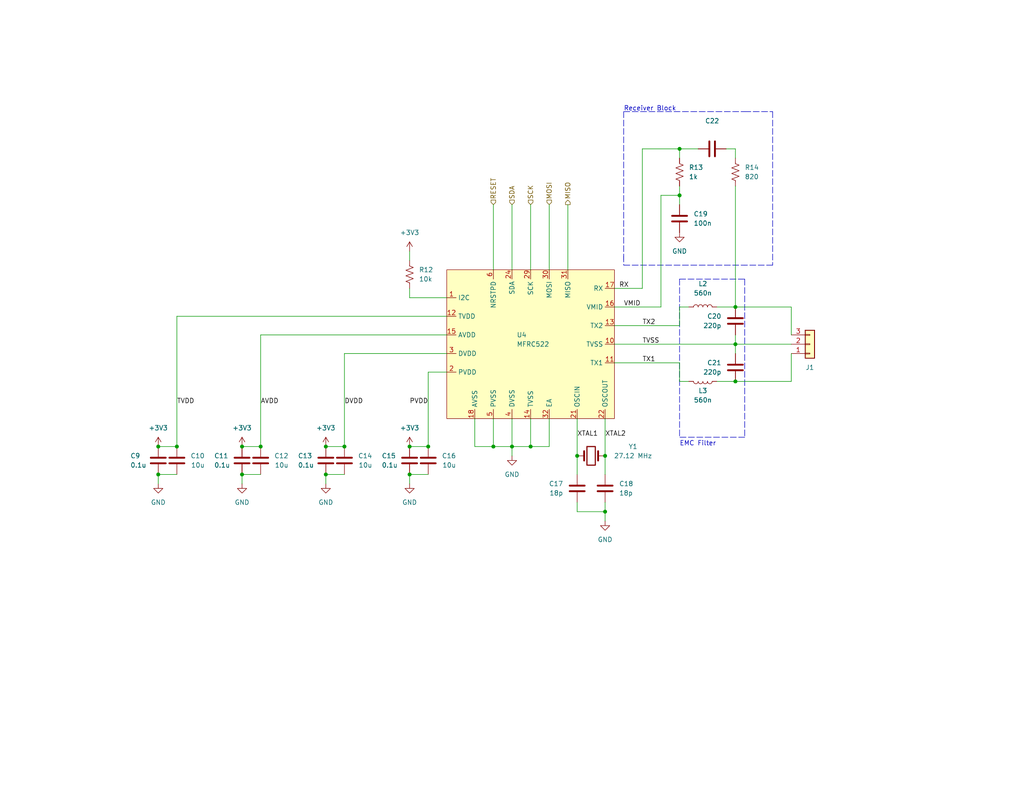
<source format=kicad_sch>
(kicad_sch (version 20211123) (generator eeschema)
  (paper "A")
  (title_block (title "Labpass RFID Reader - High Frquency RF") (date "2022-04-16") (rev "1.0.0"))
  (lib_symbols
    (symbol "Connector_Generic:Conn_01x03" (pin_names (offset 1.016) hide)
      (property "Reference" "J" (at 0 5.08 0))
      (property "Value" "Conn_01x03" (at 0 -5.08 0))
      (symbol "Conn_01x03_1_1"
        (rectangle (start -1.27 -2.413) (end 0 -2.667) (stroke (width 0.1524)))
        (rectangle (start -1.27 0.127) (end 0 -0.127) (stroke (width 0.1524)))
        (rectangle (start -1.27 2.667) (end 0 2.413) (stroke (width 0.1524)))
        (rectangle (start -1.27 3.81) (end 1.27 -3.81) (stroke (width 0.254)) (fill (type background)))
        (pin passive line (at -5.08 2.54 0) (length 3.81) (name "Pin_1") (number "1"))
        (pin passive line (at -5.08 0 0) (length 3.81) (name "Pin_2") (number "2"))
        (pin passive line (at -5.08 -2.54 0) (length 3.81) (name "Pin_3") (number "3"))
      )
    )
    (symbol "Device:C" (pin_numbers hide) (pin_names (offset 0.254))
      (property "Reference" "C" (at 0.635 2.54 0))
      (property "Value" "C" (at 0.635 -2.54 0))
      (symbol "C_0_1"
        (polyline (pts (xy -2.032 -0.762) (xy 2.032 -0.762)) (stroke (width 0.508)))
        (polyline (pts (xy -2.032 0.762) (xy 2.032 0.762)) (stroke (width 0.508)))
      )
      (symbol "C_1_1"
        (pin passive line (at 0 3.81 270) (length 2.794) (name "~") (number "1"))
        (pin passive line (at 0 -3.81 90) (length 2.794) (name "~") (number "2"))
      )
    )
    (symbol "Device:Crystal" (pin_numbers hide) (pin_names (offset 1.016) hide)
      (property "Reference" "Y" (at 0 3.81 0))
      (property "Value" "Crystal" (at 0 -3.81 0))
      (symbol "Crystal_0_1"
        (rectangle (start -1.143 2.54) (end 1.143 -2.54) (stroke (width 0.3048)))
        (polyline (pts (xy -2.54 0) (xy -1.905 0)))
        (polyline (pts (xy -1.905 -1.27) (xy -1.905 1.27)) (stroke (width 0.508)))
        (polyline (pts (xy 1.905 -1.27) (xy 1.905 1.27)) (stroke (width 0.508)))
        (polyline (pts (xy 2.54 0) (xy 1.905 0)))
      )
      (symbol "Crystal_1_1"
        (pin passive line (at -3.81 0 0) (length 1.27) (name "1") (number "1"))
        (pin passive line (at 3.81 0 180) (length 1.27) (name "2") (number "2"))
      )
    )
    (symbol "Device:L" (pin_numbers hide) (pin_names (offset 1.016) hide)
      (property "Reference" "L" (at -1.27 0 90))
      (property "Value" "L" (at 1.905 0 90))
      (symbol "L_0_1"
        (arc (start 0 -2.54) (mid 0.635 -1.905) (end 0 -1.27))
        (arc (start 0 -1.27) (mid 0.635 -0.635) (end 0 0))
        (arc (start 0 0) (mid 0.635 0.635) (end 0 1.27))
        (arc (start 0 1.27) (mid 0.635 1.905) (end 0 2.54))
      )
      (symbol "L_1_1"
        (pin passive line (at 0 3.81 270) (length 1.27) (name "1") (number "1"))
        (pin passive line (at 0 -3.81 90) (length 1.27) (name "2") (number "2"))
      )
    )
    (symbol "Device:R_US" (pin_numbers hide) (pin_names (offset 0))
      (property "Reference" "R" (at 2.54 0 90))
      (property "Value" "R_US" (at -2.54 0 90))
      (symbol "R_US_0_1"
        (polyline (pts (xy 0 -2.286) (xy 0 -2.54)))
        (polyline (pts (xy 0 2.286) (xy 0 2.54)))
        (polyline (pts (xy 0 -0.762) (xy 1.016 -1.143) (xy 0 -1.524) (xy -1.016 -1.905) (xy 0 -2.286)))
        (polyline (pts (xy 0 0.762) (xy 1.016 0.381) (xy 0 0) (xy -1.016 -0.381) (xy 0 -0.762)))
        (polyline (pts (xy 0 2.286) (xy 1.016 1.905) (xy 0 1.524) (xy -1.016 1.143) (xy 0 0.762)))
      )
      (symbol "R_US_1_1"
        (pin passive line (at 0 3.81 270) (length 1.27) (name "~") (number "1"))
        (pin passive line (at 0 -3.81 90) (length 1.27) (name "~") (number "2"))
      )
    )
    (symbol "_Capstone Symbol Library:MFRC522"
      (property "Reference" "U" (at 0 0 0))
      (property "Value" "MFRC522" (at 0 -2.54 0))
      (symbol "MFRC522_0_1"
        (rectangle (start -22.86 20.32) (end 22.86 -20.32) (stroke (width 0.1524)) (fill (type background)))
      )
      (symbol "MFRC522_1_1"
        (pin input line (at -22.86 12.7 0) (length 2.54) (name "I2C") (number "1"))
        (pin passive line (at 22.86 0 180) (length 2.54) (name "TVSS") (number "10"))
        (pin passive line (at 22.86 -5.08 180) (length 2.54) (name "TX1") (number "11"))
        (pin input line (at -22.86 7.62 0) (length 2.54) (name "TVDD") (number "12"))
        (pin passive line (at 22.86 5.08 180) (length 2.54) (name "TX2") (number "13"))
        (pin input line (at 0 -20.32 90) (length 2.54) (name "TVSS") (number "14"))
        (pin input line (at -22.86 2.54 0) (length 2.54) (name "AVDD") (number "15"))
        (pin passive line (at 22.86 10.16 180) (length 2.54) (name "VMID") (number "16"))
        (pin passive line (at 22.86 15.24 180) (length 2.54) (name "RX") (number "17"))
        (pin input line (at -15.24 -20.32 90) (length 2.54) (name "AVSS") (number "18"))
        (pin input line (at -22.86 -7.62 0) (length 2.54) (name "PVDD") (number "2"))
        (pin input line (at 12.7 -20.32 90) (length 2.54) (name "OSCIN") (number "21"))
        (pin input line (at 20.32 -20.32 90) (length 2.54) (name "OSCOUT") (number "22"))
        (pin input line (at -5.08 20.32 270) (length 2.54) (name "SDA") (number "24"))
        (pin input line (at 0 20.32 270) (length 2.54) (name "SCK") (number "29"))
        (pin input line (at -22.86 -2.54 0) (length 2.54) (name "DVDD") (number "3"))
        (pin input line (at 5.08 20.32 270) (length 2.54) (name "MOSI") (number "30"))
        (pin output line (at 10.16 20.32 270) (length 2.54) (name "MISO") (number "31"))
        (pin input line (at 5.08 -20.32 90) (length 2.54) (name "EA") (number "32"))
        (pin input line (at -5.08 -20.32 90) (length 2.54) (name "DVSS") (number "4"))
        (pin input line (at -10.16 -20.32 90) (length 2.54) (name "PVSS") (number "5"))
        (pin input line (at -10.16 20.32 270) (length 2.54) (name "NRSTPD") (number "6"))
      )
    )
    (symbol "power:+3.3V" (power) (pin_names (offset 0))
      (property "Value" "+3.3V" (at 0 3.556 0))
      (symbol "+3.3V_0_1"
        (polyline (pts (xy -0.762 1.27) (xy 0 2.54)))
        (polyline (pts (xy 0 0) (xy 0 2.54)))
        (polyline (pts (xy 0 2.54) (xy 0.762 1.27)))
      )
      (symbol "+3.3V_1_1"
        (pin power_in line (at 0 0 90) (length 0) hide (name "+3V3") (number "1"))
      )
    )
    (symbol "power:GND" (power) (pin_names (offset 0))
      (property "Value" "GND" (at 0 -3.81 0))
      (symbol "GND_0_1"
        (polyline (pts (xy 0 0) (xy 0 -1.27) (xy 1.27 -1.27) (xy 0 -2.54) (xy -1.27 -1.27) (xy 0 -1.27)))
      )
      (symbol "GND_1_1"
        (pin power_in line (at 0 0 270) (length 0) hide (name "GND") (number "1"))
      )
    )
  )
  (junction (at 200.66 104.14))
  (junction (at 116.84 121.92))
  (junction (at 43.18 121.92))
  (junction (at 144.78 121.92))
  (junction (at 111.76 129.54))
  (junction (at 157.48 124.46))
  (junction (at 139.7 121.92))
  (junction (at 66.04 129.54))
  (junction (at 111.76 121.92))
  (junction (at 88.9 129.54))
  (junction (at 185.42 40.64))
  (junction (at 200.66 83.82))
  (junction (at 185.42 53.34))
  (junction (at 48.26 121.92))
  (junction (at 88.9 121.92))
  (junction (at 165.1 139.7))
  (junction (at 43.18 129.54))
  (junction (at 165.1 124.46))
  (junction (at 200.66 93.98))
  (junction (at 134.62 121.92))
  (junction (at 93.98 121.92))
  (junction (at 71.12 121.92))
  (junction (at 66.04 121.92))
  (polyline (pts (xy 185.42 76.2) (xy 185.42 119.38)))
  (wire (pts (xy 165.1 114.3) (xy 165.1 124.46)))
  (wire (pts (xy 144.78 121.92) (xy 149.86 121.92)))
  (wire (pts (xy 215.9 104.14) (xy 200.66 104.14)))
  (wire (pts (xy 93.98 96.52) (xy 93.98 121.92)))
  (wire (pts (xy 71.12 91.44) (xy 71.12 121.92)))
  (wire (pts (xy 167.64 93.98) (xy 200.66 93.98)))
  (wire (pts (xy 149.86 114.3) (xy 149.86 121.92)))
  (wire (pts (xy 195.58 83.82) (xy 200.66 83.82)))
  (wire (pts (xy 144.78 114.3) (xy 144.78 121.92)))
  (wire (pts (xy 195.58 104.14) (xy 200.66 104.14)))
  (wire (pts (xy 200.66 93.98) (xy 215.9 93.98)))
  (wire (pts (xy 180.34 53.34) (xy 180.34 83.82)))
  (wire (pts (xy 88.9 129.54) (xy 93.98 129.54)))
  (wire (pts (xy 48.26 86.36) (xy 121.92 86.36)))
  (polyline (pts (xy 203.2 30.48) (xy 210.82 30.48)))
  (wire (pts (xy 175.26 40.64) (xy 185.42 40.64)))
  (wire (pts (xy 111.76 129.54) (xy 111.76 132.08)))
  (wire (pts (xy 200.66 93.98) (xy 200.66 96.52)))
  (wire (pts (xy 165.1 124.46) (xy 165.1 129.54)))
  (polyline (pts (xy 170.18 69.85) (xy 170.18 72.39)))
  (wire (pts (xy 66.04 121.92) (xy 71.12 121.92)))
  (wire (pts (xy 165.1 139.7) (xy 165.1 142.24)))
  (wire (pts (xy 134.62 114.3) (xy 134.62 121.92)))
  (wire (pts (xy 43.18 129.54) (xy 48.26 129.54)))
  (wire (pts (xy 144.78 55.88) (xy 144.78 73.66)))
  (polyline (pts (xy 203.2 119.38) (xy 185.42 119.38)))
  (wire (pts (xy 157.48 137.16) (xy 157.48 139.7)))
  (wire (pts (xy 116.84 101.6) (xy 116.84 121.92)))
  (wire (pts (xy 129.54 121.92) (xy 134.62 121.92)))
  (wire (pts (xy 71.12 91.44) (xy 121.92 91.44)))
  (wire (pts (xy 134.62 55.88) (xy 134.62 73.66)))
  (wire (pts (xy 187.96 83.82) (xy 185.42 83.82)))
  (wire (pts (xy 66.04 129.54) (xy 71.12 129.54)))
  (wire (pts (xy 134.62 121.92) (xy 139.7 121.92)))
  (wire (pts (xy 149.86 55.88) (xy 149.86 73.66)))
  (wire (pts (xy 157.48 139.7) (xy 165.1 139.7)))
  (wire (pts (xy 200.66 43.18) (xy 200.66 40.64)))
  (wire (pts (xy 215.9 83.82) (xy 200.66 83.82)))
  (wire (pts (xy 157.48 114.3) (xy 157.48 124.46)))
  (wire (pts (xy 185.42 53.34) (xy 185.42 55.88)))
  (wire (pts (xy 185.42 40.64) (xy 190.5 40.64)))
  (wire (pts (xy 66.04 129.54) (xy 66.04 132.08)))
  (wire (pts (xy 185.42 40.64) (xy 185.42 43.18)))
  (wire (pts (xy 129.54 114.3) (xy 129.54 121.92)))
  (polyline (pts (xy 170.18 72.39) (xy 203.2 72.39)))
  (wire (pts (xy 185.42 50.8) (xy 185.42 53.34)))
  (wire (pts (xy 121.92 81.28) (xy 111.76 81.28)))
  (wire (pts (xy 139.7 114.3) (xy 139.7 121.92)))
  (wire (pts (xy 88.9 129.54) (xy 88.9 132.08)))
  (wire (pts (xy 111.76 68.58) (xy 111.76 71.12)))
  (wire (pts (xy 93.98 96.52) (xy 121.92 96.52)))
  (wire (pts (xy 111.76 129.54) (xy 116.84 129.54)))
  (wire (pts (xy 200.66 91.44) (xy 200.66 93.98)))
  (wire (pts (xy 111.76 81.28) (xy 111.76 78.74)))
  (polyline (pts (xy 210.82 30.48) (xy 210.82 72.39)))
  (wire (pts (xy 111.76 121.92) (xy 116.84 121.92)))
  (wire (pts (xy 121.92 101.6) (xy 116.84 101.6)))
  (wire (pts (xy 185.42 99.06) (xy 167.64 99.06)))
  (polyline (pts (xy 203.2 76.2) (xy 203.2 119.38)))
  (polyline (pts (xy 210.82 72.39) (xy 203.2 72.39)))
  (wire (pts (xy 43.18 129.54) (xy 43.18 132.08)))
  (wire (pts (xy 215.9 96.52) (xy 215.9 104.14)))
  (wire (pts (xy 200.66 40.64) (xy 198.12 40.64)))
  (wire (pts (xy 139.7 55.88) (xy 139.7 73.66)))
  (polyline (pts (xy 185.42 76.2) (xy 203.2 76.2)))
  (wire (pts (xy 43.18 121.92) (xy 48.26 121.92)))
  (wire (pts (xy 88.9 121.92) (xy 93.98 121.92)))
  (wire (pts (xy 139.7 121.92) (xy 139.7 124.46)))
  (wire (pts (xy 157.48 124.46) (xy 157.48 129.54)))
  (wire (pts (xy 165.1 139.7) (xy 165.1 137.16)))
  (wire (pts (xy 167.64 78.74) (xy 175.26 78.74)))
  (polyline (pts (xy 170.18 30.48) (xy 203.2 30.48)))
  (wire (pts (xy 175.26 40.64) (xy 175.26 78.74)))
  (polyline (pts (xy 170.18 30.48) (xy 170.18 71.12)))
  (wire (pts (xy 154.94 55.88) (xy 154.94 73.66)))
  (wire (pts (xy 200.66 50.8) (xy 200.66 83.82)))
  (wire (pts (xy 185.42 104.14) (xy 185.42 99.06)))
  (wire (pts (xy 215.9 91.44) (xy 215.9 83.82)))
  (wire (pts (xy 187.96 104.14) (xy 185.42 104.14)))
  (wire (pts (xy 167.64 88.9) (xy 185.42 88.9)))
  (wire (pts (xy 185.42 83.82) (xy 185.42 88.9)))
  (wire (pts (xy 180.34 53.34) (xy 185.42 53.34)))
  (wire (pts (xy 139.7 121.92) (xy 144.78 121.92)))
  (wire (pts (xy 167.64 83.82) (xy 180.34 83.82)))
  (wire (pts (xy 48.26 86.36) (xy 48.26 121.92)))
  (text "Receiver Block" (at 170.18 30.48 0) (effects (font (size 1.27 1.27)) (justify left bottom)))
  (text "EMC Filter" (at 185.42 121.92 0) (effects (font (size 1.27 1.27)) (justify left bottom)))
  (label "TX1" (at 175.26 99.06 0))
  (label "RX" (at 168.91 78.74 0))
  (label "VMID" (at 170.18 83.82 0))
  (label "PVDD" (at 116.84 110.49 180))
  (label "XTAL1" (at 157.48 119.38 0))
  (label "TVDD" (at 48.26 110.49 0))
  (label "XTAL2" (at 165.1 119.38 0))
  (label "DVDD" (at 93.98 110.49 0))
  (label "TVSS" (at 175.26 93.98 0))
  (label "TX2" (at 175.26 88.9 0))
  (label "AVDD" (at 71.12 110.49 0))
  (hierarchical_label "SDA" (shape input) (at 139.7 55.88 90))
  (hierarchical_label "MISO" (shape output) (at 154.94 55.88 90))
  (hierarchical_label "SCK" (shape input) (at 144.78 55.88 90))
  (hierarchical_label "MOSI" (shape input) (at 149.86 55.88 90))
  (hierarchical_label "RESET" (shape input) (at 134.62 55.88 90))
  (symbol (lib_id "Device:C") (at 116.84 125.73 0) (mirror y) (unit 1)
    (property "Reference" "C16" (at 124.46 124.46 0) (effects (justify left)))
    (property "Value" "10u" (at 124.46 127 0) (effects (justify left)))
    (property "Footprint" "Capacitor_SMD:C_0603_1608Metric" (effects hide))
    (property "Temp Coef" "X5R" (effects hide))
  )
  (symbol (lib_id "Device:R_US") (at 111.76 74.93 0) (unit 1)
    (property "Reference" "R12" (at 114.3 73.6599 0) (effects (justify left)))
    (property "Value" "10k" (at 114.3 76.1999 0) (effects (justify left)))
    (property "Footprint" "Resistor_SMD:R_0603_1608Metric" (effects hide))
  )
  (symbol (lib_id "Device:C") (at 194.31 40.64 90) (unit 1)
    (property "Reference" "C22" (at 194.31 33.02 90))
  )
  (symbol (lib_id "Device:C") (at 88.9 125.73 180) (unit 1)
    (property "Reference" "C13" (at 81.28 124.46 0) (effects (justify right)))
    (property "Value" "0.1u" (at 81.28 127 0) (effects (justify right)))
    (property "Footprint" "Capacitor_SMD:C_0603_1608Metric" (effects hide))
    (property "Temp Coef" "X5R" (effects hide))
  )
  (symbol (lib_id "Device:C") (at 165.1 133.35 0) (unit 1)
    (property "Reference" "C18" (at 168.91 132.0799 0) (effects (justify left)))
    (property "Value" "18p" (at 168.91 134.6199 0) (effects (justify left)))
    (property "Footprint" "Capacitor_SMD:C_0603_1608Metric" (effects hide))
    (property "Temp Coef" "NP0" (effects hide))
  )
  (symbol (lib_id "power:GND") (at 111.76 132.08 0) (unit 1)
    (property "Reference" "#PWR024" (effects hide))
    (property "Value" "GND" (at 111.76 137.16 0))
  )
  (symbol (lib_id "_Capstone Symbol Library:MFRC522") (at 144.78 93.98 0) (unit 1)
    (property "Reference" "U4" (at 140.97 91.44 0) (effects (justify left)))
    (property "Value" "MFRC522" (at 140.97 93.98 0) (effects (justify left)))
    (property "Footprint" "Package_QFP:LQFP-32_5x5mm_P0.5mm" (effects hide))
  )
  (symbol (lib_id "power:GND") (at 66.04 132.08 0) (unit 1)
    (property "Reference" "#PWR019" (effects hide))
    (property "Value" "GND" (at 66.04 137.16 0))
  )
  (symbol (lib_id "power:GND") (at 43.18 132.08 0) (unit 1)
    (property "Reference" "#PWR017" (effects hide))
    (property "Value" "GND" (at 43.18 137.16 0))
  )
  (symbol (lib_id "Device:C") (at 111.76 125.73 180) (unit 1)
    (property "Reference" "C15" (at 104.14 124.46 0) (effects (justify right)))
    (property "Value" "0.1u" (at 104.14 127 0) (effects (justify right)))
    (property "Footprint" "Capacitor_SMD:C_0603_1608Metric" (effects hide))
    (property "Temp Coef" "X5R" (effects hide))
  )
  (symbol (lib_id "power:GND") (at 88.9 132.08 0) (unit 1)
    (property "Reference" "#PWR021" (effects hide))
    (property "Value" "GND" (at 88.9 137.16 0))
  )
  (symbol (lib_id "power:+3.3V") (at 111.76 68.58 0) (unit 1)
    (property "Reference" "#PWR022" (effects hide))
    (property "Value" "+3.3V" (at 111.76 63.5 0))
  )
  (symbol (lib_id "Connector_Generic:Conn_01x03") (at 220.98 93.98 0) (mirror x) (unit 1)
    (property "Reference" "J1" (at 220.98 100.33 0))
    (property "Value" "Conn_01x03_Male" (effects hide))
    (property "Footprint" "Connector_PinHeader_2.54mm:PinHeader_1x03_P2.54mm_Vertical_SMD_Pin1Left" (effects hide))
  )
  (symbol (lib_id "Device:C") (at 93.98 125.73 0) (mirror y) (unit 1)
    (property "Reference" "C14" (at 101.6 124.46 0) (effects (justify left)))
    (property "Value" "10u" (at 101.6 127 0) (effects (justify left)))
    (property "Footprint" "Capacitor_SMD:C_0603_1608Metric" (effects hide))
    (property "Temp Coef" "X5R" (effects hide))
  )
  (symbol (lib_id "Device:C") (at 185.42 59.69 0) (unit 1)
    (property "Reference" "C19" (at 189.23 58.4199 0) (effects (justify left)))
    (property "Value" "100n" (at 189.23 60.9599 0) (effects (justify left)))
    (property "Footprint" "Capacitor_SMD:C_0603_1608Metric" (effects hide))
  )
  (symbol (lib_id "Device:C") (at 66.04 125.73 180) (unit 1)
    (property "Reference" "C11" (at 58.42 124.46 0) (effects (justify right)))
    (property "Value" "0.1u" (at 58.42 127 0) (effects (justify right)))
    (property "Footprint" "Capacitor_SMD:C_0603_1608Metric" (effects hide))
    (property "Temp Coef" "X5R" (effects hide))
  )
  (symbol (lib_id "Device:C") (at 200.66 100.33 0) (mirror x) (unit 1)
    (property "Reference" "C21" (at 196.85 99.0599 0) (effects (justify right)))
    (property "Value" "220p" (at 196.85 101.5999 0) (effects (justify right)))
    (property "Footprint" "Capacitor_SMD:C_0603_1608Metric" (effects hide))
  )
  (symbol (lib_id "power:+3.3V") (at 111.76 121.92 0) (unit 1)
    (property "Reference" "#PWR023" (effects hide))
    (property "Value" "+3.3V" (at 111.76 116.84 0))
  )
  (symbol (lib_id "Device:C") (at 43.18 125.73 180) (unit 1)
    (property "Reference" "C9" (at 35.56 124.46 0) (effects (justify right)))
    (property "Value" "0.1u" (at 35.56 127 0) (effects (justify right)))
    (property "Footprint" "Capacitor_SMD:C_0603_1608Metric" (effects hide))
    (property "Temp Coef" "X5R" (effects hide))
  )
  (symbol (lib_id "Device:C") (at 200.66 87.63 0) (mirror x) (unit 1)
    (property "Reference" "C20" (at 196.85 86.3599 0) (effects (justify right)))
    (property "Value" "220p" (at 196.85 88.8999 0) (effects (justify right)))
    (property "Footprint" "Capacitor_SMD:C_0603_1608Metric" (effects hide))
  )
  (symbol (lib_id "power:GND") (at 139.7 124.46 0) (unit 1)
    (property "Reference" "#PWR025" (effects hide))
    (property "Value" "GND" (at 139.7 129.54 0))
  )
  (symbol (lib_id "Device:Crystal") (at 161.29 124.46 0) (unit 1)
    (property "Reference" "Y1" (at 172.72 121.92 0))
    (property "Value" "27.12 MHz" (at 172.72 124.46 0))
    (property "Footprint" "Crystal:Crystal_SMD_5032-2Pin_5.0x3.2mm" (effects hide))
  )
  (symbol (lib_id "power:GND") (at 185.42 63.5 0) (unit 1)
    (property "Reference" "#PWR027" (effects hide))
    (property "Value" "GND" (at 185.42 68.58 0))
  )
  (symbol (lib_id "power:+3.3V") (at 66.04 121.92 0) (unit 1)
    (property "Reference" "#PWR018" (effects hide))
    (property "Value" "+3.3V" (at 66.04 116.84 0))
  )
  (symbol (lib_id "Device:R_US") (at 200.66 46.99 180) (unit 1)
    (property "Reference" "R14" (at 203.2 45.7199 0) (effects (justify right)))
    (property "Value" "820" (at 203.2 48.2599 0) (effects (justify right)))
    (property "Footprint" "Resistor_SMD:R_0603_1608Metric" (effects hide))
  )
  (symbol (lib_id "Device:L") (at 191.77 83.82 90) (unit 1)
    (property "Reference" "L2" (at 191.77 77.47 90))
    (property "Value" "560n" (at 191.77 80.01 90))
    (property "Footprint" "Inductor_SMD:L_1210_3225Metric" (effects hide))
  )
  (symbol (lib_id "power:+3.3V") (at 43.18 121.92 0) (unit 1)
    (property "Reference" "#PWR016" (effects hide))
    (property "Value" "+3.3V" (at 43.18 116.84 0))
  )
  (symbol (lib_id "Device:C") (at 157.48 133.35 0) (mirror x) (unit 1)
    (property "Reference" "C17" (at 153.67 132.0799 0) (effects (justify right)))
    (property "Value" "18p" (at 153.67 134.6199 0) (effects (justify right)))
    (property "Footprint" "Capacitor_SMD:C_0603_1608Metric" (effects hide))
    (property "Temp Coef" "NP0" (effects hide))
  )
  (symbol (lib_id "power:GND") (at 165.1 142.24 0) (unit 1)
    (property "Reference" "#PWR026" (effects hide))
    (property "Value" "GND" (at 165.1 147.32 0))
  )
  (symbol (lib_id "Device:R_US") (at 185.42 46.99 0) (unit 1)
    (property "Reference" "R13" (at 187.96 45.7199 0) (effects (justify left)))
    (property "Value" "1k" (at 187.96 48.2599 0) (effects (justify left)))
    (property "Footprint" "Resistor_SMD:R_0603_1608Metric" (effects hide))
  )
  (symbol (lib_id "Device:C") (at 48.26 125.73 0) (mirror y) (unit 1)
    (property "Reference" "C10" (at 55.88 124.46 0) (effects (justify left)))
    (property "Value" "10u" (at 55.88 127 0) (effects (justify left)))
    (property "Footprint" "Capacitor_SMD:C_0603_1608Metric" (effects hide))
    (property "Temp Coef" "X5R" (effects hide))
  )
  (symbol (lib_id "Device:L") (at 191.77 104.14 270) (unit 1)
    (property "Reference" "L3" (at 191.77 106.68 90))
    (property "Value" "560n" (at 191.77 109.22 90))
    (property "Footprint" "Inductor_SMD:L_1210_3225Metric" (effects hide))
  )
  (symbol (lib_id "Device:C") (at 71.12 125.73 0) (mirror y) (unit 1)
    (property "Reference" "C12" (at 78.74 124.46 0) (effects (justify left)))
    (property "Value" "10u" (at 78.74 127 0) (effects (justify left)))
    (property "Footprint" "Capacitor_SMD:C_0603_1608Metric" (effects hide))
    (property "Temp Coef" "X5R" (effects hide))
  )
  (symbol (lib_id "power:+3.3V") (at 88.9 121.92 0) (unit 1)
    (property "Reference" "#PWR020" (effects hide))
    (property "Value" "+3.3V" (at 88.9 116.84 0))
  )
)
</source>
